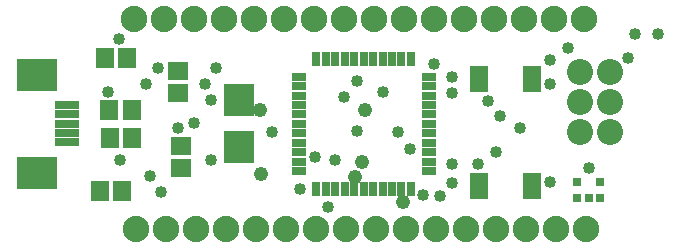
<source format=gbr>
G04 DipTrace 2.2.0.9*
%INTopMask.gbr*%
%MOIN*%
%ADD26C,0.04*%
%ADD31C,0.048*%
%ADD33C,0.088*%
%ADD35R,0.0631X0.0907*%
%ADD37R,0.1379X0.1064*%
%ADD39R,0.0789X0.0277*%
%ADD41R,0.0277X0.0316*%
%ADD43C,0.0867*%
%ADD45R,0.1025X0.1064*%
%ADD47R,0.0257X0.0474*%
%ADD49R,0.0474X0.0257*%
%ADD51R,0.0592X0.0671*%
%ADD53R,0.0671X0.0592*%
%FSLAX44Y44*%
%SFA1B1*%
%OFA0B0*%
G04*
G70*
G90*
G75*
G01*
%LNTopMask*%
%LPD*%
D31*
X17050Y5800D3*
X12280Y8850D3*
X12300Y6720D3*
X15450Y6630D3*
X15680Y7110D3*
X15770Y8850D3*
D26*
X10820Y10262D3*
X8880D3*
X10445Y9732D3*
X8485D3*
X7574Y11225D3*
X7624Y7180D3*
X8999Y6134D3*
X12680Y8130D3*
X10643Y9180D3*
X10660Y7180D3*
X22560Y10910D3*
X7229Y9465D3*
X9560Y8254D3*
X23234Y6909D3*
X24539Y10580D3*
X8604Y6664D3*
X13630Y6210D3*
X18691Y7061D3*
X19535D3*
X14100Y7282D3*
X20275Y8640D3*
X25550Y11370D3*
X24798D3*
X14794Y7179D3*
X16899Y8136D3*
X21957Y6461D3*
Y9725D3*
Y10515D3*
X15510Y8160D3*
X14535Y5620D3*
X18691Y6424D3*
X17732Y6029D3*
X18296Y5995D3*
X17294Y7542D3*
X20140Y7456D3*
X20940Y8245D3*
X19880Y9151D3*
X18691Y9416D3*
X18090Y10384D3*
X18691Y9946D3*
X16369Y9440D3*
X15504Y9835D3*
X15077Y9295D3*
X10090Y8427D3*
D53*
X9560Y9410D3*
Y10158D3*
X9640Y6920D3*
Y7668D3*
D51*
X6940Y6140D3*
X7688D3*
X7100Y10600D3*
X7848D3*
X7260Y8840D3*
X8008D3*
X7270Y7920D3*
X8018D3*
D49*
X13574Y9966D3*
Y9651D3*
Y9336D3*
Y9021D3*
Y8706D3*
Y8391D3*
Y8076D3*
Y7761D3*
Y7446D3*
Y7131D3*
Y6816D3*
D47*
X14164Y6226D3*
X14479D3*
X14794D3*
X15109D3*
X15424D3*
X15739D3*
X16054D3*
X16369D3*
X16684D3*
X16999D3*
X17314D3*
D49*
X17904Y6816D3*
Y7131D3*
Y7446D3*
Y7761D3*
Y8076D3*
Y8391D3*
Y8706D3*
Y9021D3*
Y9336D3*
Y9651D3*
Y9966D3*
D47*
X17314Y10556D3*
X16999D3*
X16684D3*
X16369D3*
X16054D3*
X15739D3*
X15424D3*
X15109D3*
X14794D3*
X14479D3*
X14164D3*
D45*
X11570Y9180D3*
Y7605D3*
D43*
X23950Y8120D3*
Y9120D3*
Y10120D3*
X22950D3*
Y9120D3*
Y8120D3*
D41*
X22860Y5910D3*
X23234D3*
X23608D3*
Y6461D3*
X22860D3*
D39*
X5850Y9030D3*
Y8715D3*
Y8400D3*
Y8085D3*
Y7770D3*
D37*
X4846Y10034D3*
Y6766D3*
D35*
X19580Y9900D3*
X21352D3*
X19580Y6317D3*
X21352D3*
D33*
X23140Y4890D3*
X22140D3*
X21140D3*
X20140D3*
X19140D3*
X18140D3*
X17140D3*
X16140D3*
X15140D3*
X14140D3*
X13140D3*
X12140D3*
X11140D3*
X10140D3*
X9140D3*
X8140D3*
X23090Y11890D3*
X22090D3*
X21090D3*
X20090D3*
X19090D3*
X18090D3*
X17090D3*
X16090D3*
X15090D3*
X14090D3*
X13090D3*
X12090D3*
X11090D3*
X10090D3*
X9090D3*
X8090D3*
M02*

</source>
